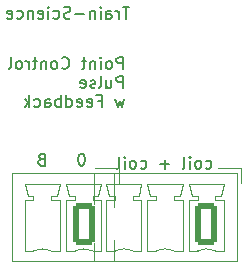
<source format=gbr>
%TF.GenerationSoftware,KiCad,Pcbnew,8.0.8*%
%TF.CreationDate,2025-02-01T23:36:58+01:00*%
%TF.ProjectId,pointControlPulse,706f696e-7443-46f6-9e74-726f6c50756c,rev?*%
%TF.SameCoordinates,Original*%
%TF.FileFunction,Legend,Bot*%
%TF.FilePolarity,Positive*%
%FSLAX46Y46*%
G04 Gerber Fmt 4.6, Leading zero omitted, Abs format (unit mm)*
G04 Created by KiCad (PCBNEW 8.0.8) date 2025-02-01 23:36:58*
%MOMM*%
%LPD*%
G01*
G04 APERTURE LIST*
G04 Aperture macros list*
%AMRoundRect*
0 Rectangle with rounded corners*
0 $1 Rounding radius*
0 $2 $3 $4 $5 $6 $7 $8 $9 X,Y pos of 4 corners*
0 Add a 4 corners polygon primitive as box body*
4,1,4,$2,$3,$4,$5,$6,$7,$8,$9,$2,$3,0*
0 Add four circle primitives for the rounded corners*
1,1,$1+$1,$2,$3*
1,1,$1+$1,$4,$5*
1,1,$1+$1,$6,$7*
1,1,$1+$1,$8,$9*
0 Add four rect primitives between the rounded corners*
20,1,$1+$1,$2,$3,$4,$5,0*
20,1,$1+$1,$4,$5,$6,$7,0*
20,1,$1+$1,$6,$7,$8,$9,0*
20,1,$1+$1,$8,$9,$2,$3,0*%
G04 Aperture macros list end*
%ADD10C,0.150000*%
%ADD11C,0.120000*%
%ADD12R,1.500000X1.500000*%
%ADD13O,1.500000X1.500000*%
%ADD14R,1.800000X1.800000*%
%ADD15C,1.800000*%
%ADD16O,5.000000X3.200000*%
%ADD17C,1.400000*%
%ADD18O,1.400000X1.400000*%
%ADD19RoundRect,0.250000X0.650000X1.550000X-0.650000X1.550000X-0.650000X-1.550000X0.650000X-1.550000X0*%
%ADD20O,1.800000X3.600000*%
G04 APERTURE END LIST*
D10*
X167941190Y-110566200D02*
X168036428Y-110613819D01*
X168036428Y-110613819D02*
X168226904Y-110613819D01*
X168226904Y-110613819D02*
X168322142Y-110566200D01*
X168322142Y-110566200D02*
X168369761Y-110518580D01*
X168369761Y-110518580D02*
X168417380Y-110423342D01*
X168417380Y-110423342D02*
X168417380Y-110137628D01*
X168417380Y-110137628D02*
X168369761Y-110042390D01*
X168369761Y-110042390D02*
X168322142Y-109994771D01*
X168322142Y-109994771D02*
X168226904Y-109947152D01*
X168226904Y-109947152D02*
X168036428Y-109947152D01*
X168036428Y-109947152D02*
X167941190Y-109994771D01*
X167369761Y-110613819D02*
X167464999Y-110566200D01*
X167464999Y-110566200D02*
X167512618Y-110518580D01*
X167512618Y-110518580D02*
X167560237Y-110423342D01*
X167560237Y-110423342D02*
X167560237Y-110137628D01*
X167560237Y-110137628D02*
X167512618Y-110042390D01*
X167512618Y-110042390D02*
X167464999Y-109994771D01*
X167464999Y-109994771D02*
X167369761Y-109947152D01*
X167369761Y-109947152D02*
X167226904Y-109947152D01*
X167226904Y-109947152D02*
X167131666Y-109994771D01*
X167131666Y-109994771D02*
X167084047Y-110042390D01*
X167084047Y-110042390D02*
X167036428Y-110137628D01*
X167036428Y-110137628D02*
X167036428Y-110423342D01*
X167036428Y-110423342D02*
X167084047Y-110518580D01*
X167084047Y-110518580D02*
X167131666Y-110566200D01*
X167131666Y-110566200D02*
X167226904Y-110613819D01*
X167226904Y-110613819D02*
X167369761Y-110613819D01*
X166607856Y-110613819D02*
X166607856Y-109947152D01*
X166607856Y-109613819D02*
X166655475Y-109661438D01*
X166655475Y-109661438D02*
X166607856Y-109709057D01*
X166607856Y-109709057D02*
X166560237Y-109661438D01*
X166560237Y-109661438D02*
X166607856Y-109613819D01*
X166607856Y-109613819D02*
X166607856Y-109709057D01*
X165988809Y-110613819D02*
X166084047Y-110566200D01*
X166084047Y-110566200D02*
X166131666Y-110470961D01*
X166131666Y-110470961D02*
X166131666Y-109613819D01*
X164845951Y-110232866D02*
X164084047Y-110232866D01*
X164464999Y-110613819D02*
X164464999Y-109851914D01*
X162417380Y-110566200D02*
X162512618Y-110613819D01*
X162512618Y-110613819D02*
X162703094Y-110613819D01*
X162703094Y-110613819D02*
X162798332Y-110566200D01*
X162798332Y-110566200D02*
X162845951Y-110518580D01*
X162845951Y-110518580D02*
X162893570Y-110423342D01*
X162893570Y-110423342D02*
X162893570Y-110137628D01*
X162893570Y-110137628D02*
X162845951Y-110042390D01*
X162845951Y-110042390D02*
X162798332Y-109994771D01*
X162798332Y-109994771D02*
X162703094Y-109947152D01*
X162703094Y-109947152D02*
X162512618Y-109947152D01*
X162512618Y-109947152D02*
X162417380Y-109994771D01*
X161845951Y-110613819D02*
X161941189Y-110566200D01*
X161941189Y-110566200D02*
X161988808Y-110518580D01*
X161988808Y-110518580D02*
X162036427Y-110423342D01*
X162036427Y-110423342D02*
X162036427Y-110137628D01*
X162036427Y-110137628D02*
X161988808Y-110042390D01*
X161988808Y-110042390D02*
X161941189Y-109994771D01*
X161941189Y-109994771D02*
X161845951Y-109947152D01*
X161845951Y-109947152D02*
X161703094Y-109947152D01*
X161703094Y-109947152D02*
X161607856Y-109994771D01*
X161607856Y-109994771D02*
X161560237Y-110042390D01*
X161560237Y-110042390D02*
X161512618Y-110137628D01*
X161512618Y-110137628D02*
X161512618Y-110423342D01*
X161512618Y-110423342D02*
X161560237Y-110518580D01*
X161560237Y-110518580D02*
X161607856Y-110566200D01*
X161607856Y-110566200D02*
X161703094Y-110613819D01*
X161703094Y-110613819D02*
X161845951Y-110613819D01*
X161084046Y-110613819D02*
X161084046Y-109947152D01*
X161084046Y-109613819D02*
X161131665Y-109661438D01*
X161131665Y-109661438D02*
X161084046Y-109709057D01*
X161084046Y-109709057D02*
X161036427Y-109661438D01*
X161036427Y-109661438D02*
X161084046Y-109613819D01*
X161084046Y-109613819D02*
X161084046Y-109709057D01*
X160464999Y-110613819D02*
X160560237Y-110566200D01*
X160560237Y-110566200D02*
X160607856Y-110470961D01*
X160607856Y-110470961D02*
X160607856Y-109613819D01*
X157460744Y-109359819D02*
X157365506Y-109359819D01*
X157365506Y-109359819D02*
X157270268Y-109407438D01*
X157270268Y-109407438D02*
X157222649Y-109455057D01*
X157222649Y-109455057D02*
X157175030Y-109550295D01*
X157175030Y-109550295D02*
X157127411Y-109740771D01*
X157127411Y-109740771D02*
X157127411Y-109978866D01*
X157127411Y-109978866D02*
X157175030Y-110169342D01*
X157175030Y-110169342D02*
X157222649Y-110264580D01*
X157222649Y-110264580D02*
X157270268Y-110312200D01*
X157270268Y-110312200D02*
X157365506Y-110359819D01*
X157365506Y-110359819D02*
X157460744Y-110359819D01*
X157460744Y-110359819D02*
X157555982Y-110312200D01*
X157555982Y-110312200D02*
X157603601Y-110264580D01*
X157603601Y-110264580D02*
X157651220Y-110169342D01*
X157651220Y-110169342D02*
X157698839Y-109978866D01*
X157698839Y-109978866D02*
X157698839Y-109740771D01*
X157698839Y-109740771D02*
X157651220Y-109550295D01*
X157651220Y-109550295D02*
X157603601Y-109455057D01*
X157603601Y-109455057D02*
X157555982Y-109407438D01*
X157555982Y-109407438D02*
X157460744Y-109359819D01*
X160953220Y-102186931D02*
X160953220Y-101186931D01*
X160953220Y-101186931D02*
X160572268Y-101186931D01*
X160572268Y-101186931D02*
X160477030Y-101234550D01*
X160477030Y-101234550D02*
X160429411Y-101282169D01*
X160429411Y-101282169D02*
X160381792Y-101377407D01*
X160381792Y-101377407D02*
X160381792Y-101520264D01*
X160381792Y-101520264D02*
X160429411Y-101615502D01*
X160429411Y-101615502D02*
X160477030Y-101663121D01*
X160477030Y-101663121D02*
X160572268Y-101710740D01*
X160572268Y-101710740D02*
X160953220Y-101710740D01*
X159810363Y-102186931D02*
X159905601Y-102139312D01*
X159905601Y-102139312D02*
X159953220Y-102091692D01*
X159953220Y-102091692D02*
X160000839Y-101996454D01*
X160000839Y-101996454D02*
X160000839Y-101710740D01*
X160000839Y-101710740D02*
X159953220Y-101615502D01*
X159953220Y-101615502D02*
X159905601Y-101567883D01*
X159905601Y-101567883D02*
X159810363Y-101520264D01*
X159810363Y-101520264D02*
X159667506Y-101520264D01*
X159667506Y-101520264D02*
X159572268Y-101567883D01*
X159572268Y-101567883D02*
X159524649Y-101615502D01*
X159524649Y-101615502D02*
X159477030Y-101710740D01*
X159477030Y-101710740D02*
X159477030Y-101996454D01*
X159477030Y-101996454D02*
X159524649Y-102091692D01*
X159524649Y-102091692D02*
X159572268Y-102139312D01*
X159572268Y-102139312D02*
X159667506Y-102186931D01*
X159667506Y-102186931D02*
X159810363Y-102186931D01*
X159048458Y-102186931D02*
X159048458Y-101520264D01*
X159048458Y-101186931D02*
X159096077Y-101234550D01*
X159096077Y-101234550D02*
X159048458Y-101282169D01*
X159048458Y-101282169D02*
X159000839Y-101234550D01*
X159000839Y-101234550D02*
X159048458Y-101186931D01*
X159048458Y-101186931D02*
X159048458Y-101282169D01*
X158572268Y-101520264D02*
X158572268Y-102186931D01*
X158572268Y-101615502D02*
X158524649Y-101567883D01*
X158524649Y-101567883D02*
X158429411Y-101520264D01*
X158429411Y-101520264D02*
X158286554Y-101520264D01*
X158286554Y-101520264D02*
X158191316Y-101567883D01*
X158191316Y-101567883D02*
X158143697Y-101663121D01*
X158143697Y-101663121D02*
X158143697Y-102186931D01*
X157810363Y-101520264D02*
X157429411Y-101520264D01*
X157667506Y-101186931D02*
X157667506Y-102044073D01*
X157667506Y-102044073D02*
X157619887Y-102139312D01*
X157619887Y-102139312D02*
X157524649Y-102186931D01*
X157524649Y-102186931D02*
X157429411Y-102186931D01*
X155762744Y-102091692D02*
X155810363Y-102139312D01*
X155810363Y-102139312D02*
X155953220Y-102186931D01*
X155953220Y-102186931D02*
X156048458Y-102186931D01*
X156048458Y-102186931D02*
X156191315Y-102139312D01*
X156191315Y-102139312D02*
X156286553Y-102044073D01*
X156286553Y-102044073D02*
X156334172Y-101948835D01*
X156334172Y-101948835D02*
X156381791Y-101758359D01*
X156381791Y-101758359D02*
X156381791Y-101615502D01*
X156381791Y-101615502D02*
X156334172Y-101425026D01*
X156334172Y-101425026D02*
X156286553Y-101329788D01*
X156286553Y-101329788D02*
X156191315Y-101234550D01*
X156191315Y-101234550D02*
X156048458Y-101186931D01*
X156048458Y-101186931D02*
X155953220Y-101186931D01*
X155953220Y-101186931D02*
X155810363Y-101234550D01*
X155810363Y-101234550D02*
X155762744Y-101282169D01*
X155191315Y-102186931D02*
X155286553Y-102139312D01*
X155286553Y-102139312D02*
X155334172Y-102091692D01*
X155334172Y-102091692D02*
X155381791Y-101996454D01*
X155381791Y-101996454D02*
X155381791Y-101710740D01*
X155381791Y-101710740D02*
X155334172Y-101615502D01*
X155334172Y-101615502D02*
X155286553Y-101567883D01*
X155286553Y-101567883D02*
X155191315Y-101520264D01*
X155191315Y-101520264D02*
X155048458Y-101520264D01*
X155048458Y-101520264D02*
X154953220Y-101567883D01*
X154953220Y-101567883D02*
X154905601Y-101615502D01*
X154905601Y-101615502D02*
X154857982Y-101710740D01*
X154857982Y-101710740D02*
X154857982Y-101996454D01*
X154857982Y-101996454D02*
X154905601Y-102091692D01*
X154905601Y-102091692D02*
X154953220Y-102139312D01*
X154953220Y-102139312D02*
X155048458Y-102186931D01*
X155048458Y-102186931D02*
X155191315Y-102186931D01*
X154429410Y-101520264D02*
X154429410Y-102186931D01*
X154429410Y-101615502D02*
X154381791Y-101567883D01*
X154381791Y-101567883D02*
X154286553Y-101520264D01*
X154286553Y-101520264D02*
X154143696Y-101520264D01*
X154143696Y-101520264D02*
X154048458Y-101567883D01*
X154048458Y-101567883D02*
X154000839Y-101663121D01*
X154000839Y-101663121D02*
X154000839Y-102186931D01*
X153667505Y-101520264D02*
X153286553Y-101520264D01*
X153524648Y-101186931D02*
X153524648Y-102044073D01*
X153524648Y-102044073D02*
X153477029Y-102139312D01*
X153477029Y-102139312D02*
X153381791Y-102186931D01*
X153381791Y-102186931D02*
X153286553Y-102186931D01*
X152953219Y-102186931D02*
X152953219Y-101520264D01*
X152953219Y-101710740D02*
X152905600Y-101615502D01*
X152905600Y-101615502D02*
X152857981Y-101567883D01*
X152857981Y-101567883D02*
X152762743Y-101520264D01*
X152762743Y-101520264D02*
X152667505Y-101520264D01*
X152191314Y-102186931D02*
X152286552Y-102139312D01*
X152286552Y-102139312D02*
X152334171Y-102091692D01*
X152334171Y-102091692D02*
X152381790Y-101996454D01*
X152381790Y-101996454D02*
X152381790Y-101710740D01*
X152381790Y-101710740D02*
X152334171Y-101615502D01*
X152334171Y-101615502D02*
X152286552Y-101567883D01*
X152286552Y-101567883D02*
X152191314Y-101520264D01*
X152191314Y-101520264D02*
X152048457Y-101520264D01*
X152048457Y-101520264D02*
X151953219Y-101567883D01*
X151953219Y-101567883D02*
X151905600Y-101615502D01*
X151905600Y-101615502D02*
X151857981Y-101710740D01*
X151857981Y-101710740D02*
X151857981Y-101996454D01*
X151857981Y-101996454D02*
X151905600Y-102091692D01*
X151905600Y-102091692D02*
X151953219Y-102139312D01*
X151953219Y-102139312D02*
X152048457Y-102186931D01*
X152048457Y-102186931D02*
X152191314Y-102186931D01*
X151286552Y-102186931D02*
X151381790Y-102139312D01*
X151381790Y-102139312D02*
X151429409Y-102044073D01*
X151429409Y-102044073D02*
X151429409Y-101186931D01*
X160953220Y-103796875D02*
X160953220Y-102796875D01*
X160953220Y-102796875D02*
X160572268Y-102796875D01*
X160572268Y-102796875D02*
X160477030Y-102844494D01*
X160477030Y-102844494D02*
X160429411Y-102892113D01*
X160429411Y-102892113D02*
X160381792Y-102987351D01*
X160381792Y-102987351D02*
X160381792Y-103130208D01*
X160381792Y-103130208D02*
X160429411Y-103225446D01*
X160429411Y-103225446D02*
X160477030Y-103273065D01*
X160477030Y-103273065D02*
X160572268Y-103320684D01*
X160572268Y-103320684D02*
X160953220Y-103320684D01*
X159524649Y-103130208D02*
X159524649Y-103796875D01*
X159953220Y-103130208D02*
X159953220Y-103654017D01*
X159953220Y-103654017D02*
X159905601Y-103749256D01*
X159905601Y-103749256D02*
X159810363Y-103796875D01*
X159810363Y-103796875D02*
X159667506Y-103796875D01*
X159667506Y-103796875D02*
X159572268Y-103749256D01*
X159572268Y-103749256D02*
X159524649Y-103701636D01*
X158905601Y-103796875D02*
X159000839Y-103749256D01*
X159000839Y-103749256D02*
X159048458Y-103654017D01*
X159048458Y-103654017D02*
X159048458Y-102796875D01*
X158572267Y-103749256D02*
X158477029Y-103796875D01*
X158477029Y-103796875D02*
X158286553Y-103796875D01*
X158286553Y-103796875D02*
X158191315Y-103749256D01*
X158191315Y-103749256D02*
X158143696Y-103654017D01*
X158143696Y-103654017D02*
X158143696Y-103606398D01*
X158143696Y-103606398D02*
X158191315Y-103511160D01*
X158191315Y-103511160D02*
X158286553Y-103463541D01*
X158286553Y-103463541D02*
X158429410Y-103463541D01*
X158429410Y-103463541D02*
X158524648Y-103415922D01*
X158524648Y-103415922D02*
X158572267Y-103320684D01*
X158572267Y-103320684D02*
X158572267Y-103273065D01*
X158572267Y-103273065D02*
X158524648Y-103177827D01*
X158524648Y-103177827D02*
X158429410Y-103130208D01*
X158429410Y-103130208D02*
X158286553Y-103130208D01*
X158286553Y-103130208D02*
X158191315Y-103177827D01*
X157334172Y-103749256D02*
X157429410Y-103796875D01*
X157429410Y-103796875D02*
X157619886Y-103796875D01*
X157619886Y-103796875D02*
X157715124Y-103749256D01*
X157715124Y-103749256D02*
X157762743Y-103654017D01*
X157762743Y-103654017D02*
X157762743Y-103273065D01*
X157762743Y-103273065D02*
X157715124Y-103177827D01*
X157715124Y-103177827D02*
X157619886Y-103130208D01*
X157619886Y-103130208D02*
X157429410Y-103130208D01*
X157429410Y-103130208D02*
X157334172Y-103177827D01*
X157334172Y-103177827D02*
X157286553Y-103273065D01*
X157286553Y-103273065D02*
X157286553Y-103368303D01*
X157286553Y-103368303D02*
X157762743Y-103463541D01*
X161048458Y-104740152D02*
X160857982Y-105406819D01*
X160857982Y-105406819D02*
X160667506Y-104930628D01*
X160667506Y-104930628D02*
X160477030Y-105406819D01*
X160477030Y-105406819D02*
X160286554Y-104740152D01*
X158810363Y-104883009D02*
X159143696Y-104883009D01*
X159143696Y-105406819D02*
X159143696Y-104406819D01*
X159143696Y-104406819D02*
X158667506Y-104406819D01*
X157905601Y-105359200D02*
X158000839Y-105406819D01*
X158000839Y-105406819D02*
X158191315Y-105406819D01*
X158191315Y-105406819D02*
X158286553Y-105359200D01*
X158286553Y-105359200D02*
X158334172Y-105263961D01*
X158334172Y-105263961D02*
X158334172Y-104883009D01*
X158334172Y-104883009D02*
X158286553Y-104787771D01*
X158286553Y-104787771D02*
X158191315Y-104740152D01*
X158191315Y-104740152D02*
X158000839Y-104740152D01*
X158000839Y-104740152D02*
X157905601Y-104787771D01*
X157905601Y-104787771D02*
X157857982Y-104883009D01*
X157857982Y-104883009D02*
X157857982Y-104978247D01*
X157857982Y-104978247D02*
X158334172Y-105073485D01*
X157048458Y-105359200D02*
X157143696Y-105406819D01*
X157143696Y-105406819D02*
X157334172Y-105406819D01*
X157334172Y-105406819D02*
X157429410Y-105359200D01*
X157429410Y-105359200D02*
X157477029Y-105263961D01*
X157477029Y-105263961D02*
X157477029Y-104883009D01*
X157477029Y-104883009D02*
X157429410Y-104787771D01*
X157429410Y-104787771D02*
X157334172Y-104740152D01*
X157334172Y-104740152D02*
X157143696Y-104740152D01*
X157143696Y-104740152D02*
X157048458Y-104787771D01*
X157048458Y-104787771D02*
X157000839Y-104883009D01*
X157000839Y-104883009D02*
X157000839Y-104978247D01*
X157000839Y-104978247D02*
X157477029Y-105073485D01*
X156143696Y-105406819D02*
X156143696Y-104406819D01*
X156143696Y-105359200D02*
X156238934Y-105406819D01*
X156238934Y-105406819D02*
X156429410Y-105406819D01*
X156429410Y-105406819D02*
X156524648Y-105359200D01*
X156524648Y-105359200D02*
X156572267Y-105311580D01*
X156572267Y-105311580D02*
X156619886Y-105216342D01*
X156619886Y-105216342D02*
X156619886Y-104930628D01*
X156619886Y-104930628D02*
X156572267Y-104835390D01*
X156572267Y-104835390D02*
X156524648Y-104787771D01*
X156524648Y-104787771D02*
X156429410Y-104740152D01*
X156429410Y-104740152D02*
X156238934Y-104740152D01*
X156238934Y-104740152D02*
X156143696Y-104787771D01*
X155667505Y-105406819D02*
X155667505Y-104406819D01*
X155667505Y-104787771D02*
X155572267Y-104740152D01*
X155572267Y-104740152D02*
X155381791Y-104740152D01*
X155381791Y-104740152D02*
X155286553Y-104787771D01*
X155286553Y-104787771D02*
X155238934Y-104835390D01*
X155238934Y-104835390D02*
X155191315Y-104930628D01*
X155191315Y-104930628D02*
X155191315Y-105216342D01*
X155191315Y-105216342D02*
X155238934Y-105311580D01*
X155238934Y-105311580D02*
X155286553Y-105359200D01*
X155286553Y-105359200D02*
X155381791Y-105406819D01*
X155381791Y-105406819D02*
X155572267Y-105406819D01*
X155572267Y-105406819D02*
X155667505Y-105359200D01*
X154334172Y-105406819D02*
X154334172Y-104883009D01*
X154334172Y-104883009D02*
X154381791Y-104787771D01*
X154381791Y-104787771D02*
X154477029Y-104740152D01*
X154477029Y-104740152D02*
X154667505Y-104740152D01*
X154667505Y-104740152D02*
X154762743Y-104787771D01*
X154334172Y-105359200D02*
X154429410Y-105406819D01*
X154429410Y-105406819D02*
X154667505Y-105406819D01*
X154667505Y-105406819D02*
X154762743Y-105359200D01*
X154762743Y-105359200D02*
X154810362Y-105263961D01*
X154810362Y-105263961D02*
X154810362Y-105168723D01*
X154810362Y-105168723D02*
X154762743Y-105073485D01*
X154762743Y-105073485D02*
X154667505Y-105025866D01*
X154667505Y-105025866D02*
X154429410Y-105025866D01*
X154429410Y-105025866D02*
X154334172Y-104978247D01*
X153429410Y-105359200D02*
X153524648Y-105406819D01*
X153524648Y-105406819D02*
X153715124Y-105406819D01*
X153715124Y-105406819D02*
X153810362Y-105359200D01*
X153810362Y-105359200D02*
X153857981Y-105311580D01*
X153857981Y-105311580D02*
X153905600Y-105216342D01*
X153905600Y-105216342D02*
X153905600Y-104930628D01*
X153905600Y-104930628D02*
X153857981Y-104835390D01*
X153857981Y-104835390D02*
X153810362Y-104787771D01*
X153810362Y-104787771D02*
X153715124Y-104740152D01*
X153715124Y-104740152D02*
X153524648Y-104740152D01*
X153524648Y-104740152D02*
X153429410Y-104787771D01*
X153000838Y-105406819D02*
X153000838Y-104406819D01*
X152905600Y-105025866D02*
X152619886Y-105406819D01*
X152619886Y-104740152D02*
X153000838Y-105121104D01*
X161477077Y-96913819D02*
X160905649Y-96913819D01*
X161191363Y-97913819D02*
X161191363Y-96913819D01*
X160572315Y-97913819D02*
X160572315Y-97247152D01*
X160572315Y-97437628D02*
X160524696Y-97342390D01*
X160524696Y-97342390D02*
X160477077Y-97294771D01*
X160477077Y-97294771D02*
X160381839Y-97247152D01*
X160381839Y-97247152D02*
X160286601Y-97247152D01*
X159524696Y-97913819D02*
X159524696Y-97390009D01*
X159524696Y-97390009D02*
X159572315Y-97294771D01*
X159572315Y-97294771D02*
X159667553Y-97247152D01*
X159667553Y-97247152D02*
X159858029Y-97247152D01*
X159858029Y-97247152D02*
X159953267Y-97294771D01*
X159524696Y-97866200D02*
X159619934Y-97913819D01*
X159619934Y-97913819D02*
X159858029Y-97913819D01*
X159858029Y-97913819D02*
X159953267Y-97866200D01*
X159953267Y-97866200D02*
X160000886Y-97770961D01*
X160000886Y-97770961D02*
X160000886Y-97675723D01*
X160000886Y-97675723D02*
X159953267Y-97580485D01*
X159953267Y-97580485D02*
X159858029Y-97532866D01*
X159858029Y-97532866D02*
X159619934Y-97532866D01*
X159619934Y-97532866D02*
X159524696Y-97485247D01*
X159048505Y-97913819D02*
X159048505Y-97247152D01*
X159048505Y-96913819D02*
X159096124Y-96961438D01*
X159096124Y-96961438D02*
X159048505Y-97009057D01*
X159048505Y-97009057D02*
X159000886Y-96961438D01*
X159000886Y-96961438D02*
X159048505Y-96913819D01*
X159048505Y-96913819D02*
X159048505Y-97009057D01*
X158572315Y-97247152D02*
X158572315Y-97913819D01*
X158572315Y-97342390D02*
X158524696Y-97294771D01*
X158524696Y-97294771D02*
X158429458Y-97247152D01*
X158429458Y-97247152D02*
X158286601Y-97247152D01*
X158286601Y-97247152D02*
X158191363Y-97294771D01*
X158191363Y-97294771D02*
X158143744Y-97390009D01*
X158143744Y-97390009D02*
X158143744Y-97913819D01*
X157667553Y-97532866D02*
X156905649Y-97532866D01*
X156477077Y-97866200D02*
X156334220Y-97913819D01*
X156334220Y-97913819D02*
X156096125Y-97913819D01*
X156096125Y-97913819D02*
X156000887Y-97866200D01*
X156000887Y-97866200D02*
X155953268Y-97818580D01*
X155953268Y-97818580D02*
X155905649Y-97723342D01*
X155905649Y-97723342D02*
X155905649Y-97628104D01*
X155905649Y-97628104D02*
X155953268Y-97532866D01*
X155953268Y-97532866D02*
X156000887Y-97485247D01*
X156000887Y-97485247D02*
X156096125Y-97437628D01*
X156096125Y-97437628D02*
X156286601Y-97390009D01*
X156286601Y-97390009D02*
X156381839Y-97342390D01*
X156381839Y-97342390D02*
X156429458Y-97294771D01*
X156429458Y-97294771D02*
X156477077Y-97199533D01*
X156477077Y-97199533D02*
X156477077Y-97104295D01*
X156477077Y-97104295D02*
X156429458Y-97009057D01*
X156429458Y-97009057D02*
X156381839Y-96961438D01*
X156381839Y-96961438D02*
X156286601Y-96913819D01*
X156286601Y-96913819D02*
X156048506Y-96913819D01*
X156048506Y-96913819D02*
X155905649Y-96961438D01*
X155048506Y-97866200D02*
X155143744Y-97913819D01*
X155143744Y-97913819D02*
X155334220Y-97913819D01*
X155334220Y-97913819D02*
X155429458Y-97866200D01*
X155429458Y-97866200D02*
X155477077Y-97818580D01*
X155477077Y-97818580D02*
X155524696Y-97723342D01*
X155524696Y-97723342D02*
X155524696Y-97437628D01*
X155524696Y-97437628D02*
X155477077Y-97342390D01*
X155477077Y-97342390D02*
X155429458Y-97294771D01*
X155429458Y-97294771D02*
X155334220Y-97247152D01*
X155334220Y-97247152D02*
X155143744Y-97247152D01*
X155143744Y-97247152D02*
X155048506Y-97294771D01*
X154619934Y-97913819D02*
X154619934Y-97247152D01*
X154619934Y-96913819D02*
X154667553Y-96961438D01*
X154667553Y-96961438D02*
X154619934Y-97009057D01*
X154619934Y-97009057D02*
X154572315Y-96961438D01*
X154572315Y-96961438D02*
X154619934Y-96913819D01*
X154619934Y-96913819D02*
X154619934Y-97009057D01*
X153762792Y-97866200D02*
X153858030Y-97913819D01*
X153858030Y-97913819D02*
X154048506Y-97913819D01*
X154048506Y-97913819D02*
X154143744Y-97866200D01*
X154143744Y-97866200D02*
X154191363Y-97770961D01*
X154191363Y-97770961D02*
X154191363Y-97390009D01*
X154191363Y-97390009D02*
X154143744Y-97294771D01*
X154143744Y-97294771D02*
X154048506Y-97247152D01*
X154048506Y-97247152D02*
X153858030Y-97247152D01*
X153858030Y-97247152D02*
X153762792Y-97294771D01*
X153762792Y-97294771D02*
X153715173Y-97390009D01*
X153715173Y-97390009D02*
X153715173Y-97485247D01*
X153715173Y-97485247D02*
X154191363Y-97580485D01*
X153286601Y-97247152D02*
X153286601Y-97913819D01*
X153286601Y-97342390D02*
X153238982Y-97294771D01*
X153238982Y-97294771D02*
X153143744Y-97247152D01*
X153143744Y-97247152D02*
X153000887Y-97247152D01*
X153000887Y-97247152D02*
X152905649Y-97294771D01*
X152905649Y-97294771D02*
X152858030Y-97390009D01*
X152858030Y-97390009D02*
X152858030Y-97913819D01*
X151953268Y-97866200D02*
X152048506Y-97913819D01*
X152048506Y-97913819D02*
X152238982Y-97913819D01*
X152238982Y-97913819D02*
X152334220Y-97866200D01*
X152334220Y-97866200D02*
X152381839Y-97818580D01*
X152381839Y-97818580D02*
X152429458Y-97723342D01*
X152429458Y-97723342D02*
X152429458Y-97437628D01*
X152429458Y-97437628D02*
X152381839Y-97342390D01*
X152381839Y-97342390D02*
X152334220Y-97294771D01*
X152334220Y-97294771D02*
X152238982Y-97247152D01*
X152238982Y-97247152D02*
X152048506Y-97247152D01*
X152048506Y-97247152D02*
X151953268Y-97294771D01*
X151143744Y-97866200D02*
X151238982Y-97913819D01*
X151238982Y-97913819D02*
X151429458Y-97913819D01*
X151429458Y-97913819D02*
X151524696Y-97866200D01*
X151524696Y-97866200D02*
X151572315Y-97770961D01*
X151572315Y-97770961D02*
X151572315Y-97390009D01*
X151572315Y-97390009D02*
X151524696Y-97294771D01*
X151524696Y-97294771D02*
X151429458Y-97247152D01*
X151429458Y-97247152D02*
X151238982Y-97247152D01*
X151238982Y-97247152D02*
X151143744Y-97294771D01*
X151143744Y-97294771D02*
X151096125Y-97390009D01*
X151096125Y-97390009D02*
X151096125Y-97485247D01*
X151096125Y-97485247D02*
X151572315Y-97580485D01*
X154015887Y-109836009D02*
X153873030Y-109883628D01*
X153873030Y-109883628D02*
X153825411Y-109931247D01*
X153825411Y-109931247D02*
X153777792Y-110026485D01*
X153777792Y-110026485D02*
X153777792Y-110169342D01*
X153777792Y-110169342D02*
X153825411Y-110264580D01*
X153825411Y-110264580D02*
X153873030Y-110312200D01*
X153873030Y-110312200D02*
X153968268Y-110359819D01*
X153968268Y-110359819D02*
X154349220Y-110359819D01*
X154349220Y-110359819D02*
X154349220Y-109359819D01*
X154349220Y-109359819D02*
X154015887Y-109359819D01*
X154015887Y-109359819D02*
X153920649Y-109407438D01*
X153920649Y-109407438D02*
X153873030Y-109455057D01*
X153873030Y-109455057D02*
X153825411Y-109550295D01*
X153825411Y-109550295D02*
X153825411Y-109645533D01*
X153825411Y-109645533D02*
X153873030Y-109740771D01*
X153873030Y-109740771D02*
X153920649Y-109788390D01*
X153920649Y-109788390D02*
X154015887Y-109836009D01*
X154015887Y-109836009D02*
X154349220Y-109836009D01*
D11*
%TO.C,J3*%
X151547000Y-110963500D02*
X151547000Y-118433500D01*
X151547000Y-118433500D02*
X160167000Y-118433500D01*
X152607000Y-111923500D02*
X155607000Y-111923500D01*
X152607000Y-113273500D02*
X153357000Y-113273500D01*
X152607000Y-117573500D02*
X152607000Y-113273500D01*
X152857000Y-112923500D02*
X152607000Y-111923500D01*
X153357000Y-112923500D02*
X152857000Y-112923500D01*
X153357000Y-113273500D02*
X153357000Y-112923500D01*
X153357000Y-117573500D02*
X152607000Y-117573500D01*
X154857000Y-112923500D02*
X154857000Y-113273500D01*
X154857000Y-113273500D02*
X155607000Y-113273500D01*
X155357000Y-112923500D02*
X154857000Y-112923500D01*
X155607000Y-111923500D02*
X155357000Y-112923500D01*
X155607000Y-113273500D02*
X155607000Y-117573500D01*
X155607000Y-117573500D02*
X154857000Y-117573500D01*
X156107000Y-111923500D02*
X159107000Y-111923500D01*
X156107000Y-113273500D02*
X156857000Y-113273500D01*
X156107000Y-117573500D02*
X156107000Y-113273500D01*
X156357000Y-112923500D02*
X156107000Y-111923500D01*
X156857000Y-112923500D02*
X156357000Y-112923500D01*
X156857000Y-113273500D02*
X156857000Y-112923500D01*
X156857000Y-117573500D02*
X156107000Y-117573500D01*
X158357000Y-112923500D02*
X158357000Y-113273500D01*
X158357000Y-113273500D02*
X159107000Y-113273500D01*
X158557000Y-110573500D02*
X160557000Y-110573500D01*
X158857000Y-112923500D02*
X158357000Y-112923500D01*
X159107000Y-111923500D02*
X158857000Y-112923500D01*
X159107000Y-113273500D02*
X159107000Y-117573500D01*
X159107000Y-117573500D02*
X158357000Y-117573500D01*
X160167000Y-110963500D02*
X151547000Y-110963500D01*
X160167000Y-118433500D02*
X160167000Y-110963500D01*
X160557000Y-110573500D02*
X160557000Y-111823500D01*
X153357353Y-117573344D02*
G75*
G02*
X154857000Y-117573500I749647J-1700156D01*
G01*
X156857353Y-117573344D02*
G75*
G02*
X158357000Y-117573500I749647J-1700156D01*
G01*
%TO.C,J2*%
X158440000Y-110956000D02*
X158440000Y-118426000D01*
X158440000Y-118426000D02*
X170560000Y-118426000D01*
X159500000Y-111916000D02*
X162500000Y-111916000D01*
X159500000Y-113266000D02*
X160250000Y-113266000D01*
X159500000Y-117566000D02*
X159500000Y-113266000D01*
X159750000Y-112916000D02*
X159500000Y-111916000D01*
X160250000Y-112916000D02*
X159750000Y-112916000D01*
X160250000Y-113266000D02*
X160250000Y-112916000D01*
X160250000Y-117566000D02*
X159500000Y-117566000D01*
X161750000Y-112916000D02*
X161750000Y-113266000D01*
X161750000Y-113266000D02*
X162500000Y-113266000D01*
X162250000Y-112916000D02*
X161750000Y-112916000D01*
X162500000Y-111916000D02*
X162250000Y-112916000D01*
X162500000Y-113266000D02*
X162500000Y-117566000D01*
X162500000Y-117566000D02*
X161750000Y-117566000D01*
X163000000Y-111916000D02*
X166000000Y-111916000D01*
X163000000Y-113266000D02*
X163750000Y-113266000D01*
X163000000Y-117566000D02*
X163000000Y-113266000D01*
X163250000Y-112916000D02*
X163000000Y-111916000D01*
X163750000Y-112916000D02*
X163250000Y-112916000D01*
X163750000Y-113266000D02*
X163750000Y-112916000D01*
X163750000Y-117566000D02*
X163000000Y-117566000D01*
X165250000Y-112916000D02*
X165250000Y-113266000D01*
X165250000Y-113266000D02*
X166000000Y-113266000D01*
X165750000Y-112916000D02*
X165250000Y-112916000D01*
X166000000Y-111916000D02*
X165750000Y-112916000D01*
X166000000Y-113266000D02*
X166000000Y-117566000D01*
X166000000Y-117566000D02*
X165250000Y-117566000D01*
X166500000Y-111916000D02*
X169500000Y-111916000D01*
X166500000Y-113266000D02*
X167250000Y-113266000D01*
X166500000Y-117566000D02*
X166500000Y-113266000D01*
X166750000Y-112916000D02*
X166500000Y-111916000D01*
X167250000Y-112916000D02*
X166750000Y-112916000D01*
X167250000Y-113266000D02*
X167250000Y-112916000D01*
X167250000Y-117566000D02*
X166500000Y-117566000D01*
X168750000Y-112916000D02*
X168750000Y-113266000D01*
X168750000Y-113266000D02*
X169500000Y-113266000D01*
X168950000Y-110566000D02*
X170950000Y-110566000D01*
X169250000Y-112916000D02*
X168750000Y-112916000D01*
X169500000Y-111916000D02*
X169250000Y-112916000D01*
X169500000Y-113266000D02*
X169500000Y-117566000D01*
X169500000Y-117566000D02*
X168750000Y-117566000D01*
X170560000Y-110956000D02*
X158440000Y-110956000D01*
X170560000Y-118426000D02*
X170560000Y-110956000D01*
X170950000Y-110566000D02*
X170950000Y-111816000D01*
X160250353Y-117565844D02*
G75*
G02*
X161750000Y-117566000I749647J-1700156D01*
G01*
X163750353Y-117565844D02*
G75*
G02*
X165250000Y-117566000I749647J-1700156D01*
G01*
X167250353Y-117565844D02*
G75*
G02*
X168750000Y-117566000I749647J-1700156D01*
G01*
%TD*%
%LPC*%
D12*
%TO.C,D8*%
X156591000Y-107447000D03*
D13*
X156591000Y-99827000D03*
%TD*%
D12*
%TO.C,D1*%
X154305000Y-107447000D03*
D13*
X154305000Y-99827000D03*
%TD*%
D14*
%TO.C,D3*%
X170725000Y-107000000D03*
D15*
X173265000Y-107000000D03*
%TD*%
D16*
%TO.C,SW1*%
X164500000Y-107950000D03*
X164500000Y-103500000D03*
X164500000Y-99050000D03*
%TD*%
D14*
%TO.C,D6*%
X170850000Y-100000000D03*
D15*
X173390000Y-100000000D03*
%TD*%
D17*
%TO.C,R2*%
X158750000Y-99822000D03*
D18*
X158750000Y-107442000D03*
%TD*%
D17*
%TO.C,R1*%
X152019000Y-99822000D03*
D18*
X152019000Y-107442000D03*
%TD*%
D19*
%TO.C,J3*%
X157607000Y-115323500D03*
D20*
X154107000Y-115323500D03*
%TD*%
D19*
%TO.C,J2*%
X168000000Y-115316000D03*
D20*
X164500000Y-115316000D03*
X161000000Y-115316000D03*
%TD*%
%LPD*%
M02*

</source>
